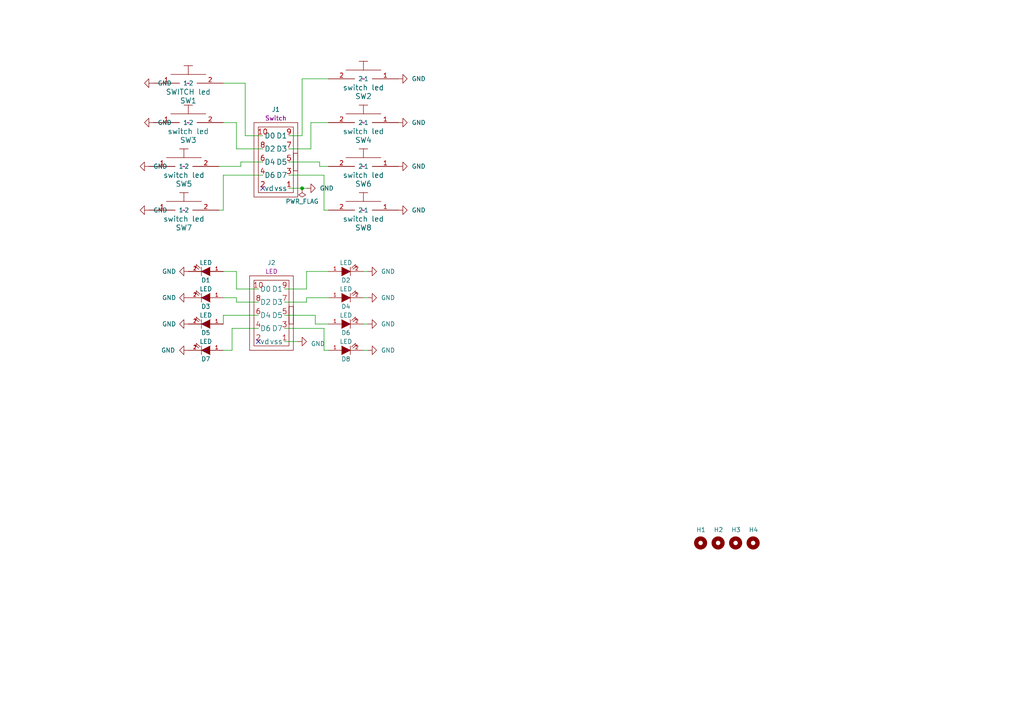
<source format=kicad_sch>
(kicad_sch (version 20230121) (generator eeschema)
  (paper "A4")
  (lib_symbols
    (symbol "Mechanical:MountingHole" (pin_names (offset 1.016))
      (property "Reference" "H" (at 0 5.08 0))
      (property "Value" "MountingHole" (at 0 3.175 0))
      (symbol "MountingHole_0_1"
        (circle (center 0 0) (radius 1.27) (stroke (width 1.27)))
      )
    )
    (symbol "ksir_2023:IDC-Header_2x05_P2.54mm_Vertical"
      (property "Reference" "J*" (at 0 12.7 0))
      (property "Value" "IDC-Header_2x05_P2.54mm_Vertical" (at 0 -11.43 0))
      (symbol "IDC-Header_2x05_P2.54mm_Vertical_0_1"
        (rectangle (start -6.35 -10.16) (end 6.35 11.43))
        (rectangle (start -5.08 -8.89) (end 5.08 10.16))
        (rectangle (start 5.08 -2.54) (end 6.35 2.54))
      )
      (symbol "IDC-Header_2x05_P2.54mm_Vertical_1_1"
        (pin passive line (at 3.81 -7.62 180) (length 0) (name "vss") (number "1"))
        (pin passive line (at -3.81 7.62 0) (length 0) (name "D0") (number "10"))
        (pin passive line (at -3.81 -7.62 0) (length 0) (name "vd") (number "2"))
        (pin passive line (at 3.81 -3.81 180) (length 0) (name "D7") (number "3"))
        (pin passive line (at -3.81 -3.81 0) (length 0) (name "D6") (number "4"))
        (pin passive line (at 3.81 0 180) (length 0) (name "D5") (number "5"))
        (pin passive line (at -3.81 0 0) (length 0) (name "D4") (number "6"))
        (pin passive line (at 3.81 3.81 180) (length 0) (name "D3") (number "7"))
        (pin passive line (at -3.81 3.81 0) (length 0) (name "D2") (number "8"))
        (pin passive line (at 3.81 7.62 180) (length 0) (name "D1") (number "9"))
      )
    )
    (symbol "midibox-rescue:LED" (pin_names (offset 1.016) hide)
      (property "Reference" "D" (at 0 2.54 0))
      (property "Value" "LED" (at 0 -2.54 0))
      (symbol "LED_0_1"
        (polyline (pts (xy 1.27 1.27) (xy 1.27 -1.27)))
        (polyline (pts (xy -1.27 1.27) (xy 1.27 0) (xy -1.27 -1.27)) (fill (type outline)))
        (polyline (pts (xy 1.651 -1.016) (xy 2.794 -2.032) (xy 2.667 -1.397)))
        (polyline (pts (xy 2.032 -0.635) (xy 3.175 -1.651) (xy 3.048 -1.016)))
      )
      (symbol "LED_1_1"
        (pin passive line (at -5.08 0 0) (length 3.81) (name "A") (number "1"))
        (pin passive line (at 5.08 0 180) (length 3.81) (name "K") (number "2"))
      )
    )
    (symbol "midibox-rescue:SWITCH_PERSO" (pin_names (offset 1.016))
      (property "Reference" "SW" (at 0 -5.08 0))
      (property "Value" "SWITCH_PERSO" (at 0 -2.54 0))
      (symbol "SWITCH_PERSO_0_1"
        (polyline (pts (xy -5.08 2.54) (xy 5.08 2.54)))
        (polyline (pts (xy -1.27 5.08) (xy 1.27 5.08)))
        (polyline (pts (xy 0 2.54) (xy 0 5.08)))
      )
      (symbol "SWITCH_PERSO_1_1"
        (pin passive line (at -10.16 0 0) (length 7.62) (name "1") (number "1"))
        (pin passive line (at 10.16 0 180) (length 7.62) (name "2") (number "2"))
      )
    )
    (symbol "power:GND" (power) (pin_names (offset 0))
      (property "Value" "GND" (at 0 -3.81 0))
      (symbol "GND_0_1"
        (polyline (pts (xy 0 0) (xy 0 -1.27) (xy 1.27 -1.27) (xy 0 -2.54) (xy -1.27 -1.27) (xy 0 -1.27)))
      )
      (symbol "GND_1_1"
        (pin power_in line (at 0 0 270) (length 0) hide (name "GND") (number "1"))
      )
    )
    (symbol "power:PWR_FLAG" (power) (pin_numbers hide) (pin_names (offset 0) hide)
      (property "Value" "PWR_FLAG" (at 0 3.81 0))
      (symbol "PWR_FLAG_0_0"
        (pin power_out line (at 0 0 90) (length 0) (name "pwr") (number "1"))
      )
      (symbol "PWR_FLAG_0_1"
        (polyline (pts (xy 0 0) (xy 0 1.27) (xy -1.016 1.905) (xy 0 2.54) (xy 1.016 1.905) (xy 0 1.27)))
      )
    )
  )
  (junction (at 87.63 54.61))
  (no_connect (at 74.93 99.06))
  (no_connect (at 76.2 54.61))
  (wire (pts (xy 93.98 95.25) (xy 93.98 101.6)))
  (wire (pts (xy 64.77 78.74) (xy 68.58 78.74)))
  (wire (pts (xy 64.77 91.44) (xy 74.93 91.44)))
  (wire (pts (xy 67.31 95.25) (xy 67.31 101.6)))
  (wire (pts (xy 88.9 86.36) (xy 88.9 87.63)))
  (wire (pts (xy 67.31 101.6) (xy 64.77 101.6)))
  (wire (pts (xy 64.77 50.8) (xy 76.2 50.8)))
  (wire (pts (xy 64.77 60.96) (xy 63.5 60.96)))
  (wire (pts (xy 106.68 86.36) (xy 105.41 86.36)))
  (wire (pts (xy 92.71 48.26) (xy 92.71 46.99)))
  (wire (pts (xy 82.55 99.06) (xy 86.36 99.06)))
  (wire (pts (xy 68.58 83.82) (xy 74.93 83.82)))
  (wire (pts (xy 88.9 87.63) (xy 82.55 87.63)))
  (wire (pts (xy 88.9 78.74) (xy 95.25 78.74)))
  (wire (pts (xy 68.58 87.63) (xy 74.93 87.63)))
  (wire (pts (xy 82.55 95.25) (xy 93.98 95.25)))
  (wire (pts (xy 90.17 43.18) (xy 90.17 35.56)))
  (wire (pts (xy 69.85 46.99) (xy 76.2 46.99)))
  (wire (pts (xy 87.63 22.86) (xy 87.63 39.37)))
  (wire (pts (xy 71.12 24.13) (xy 71.12 39.37)))
  (wire (pts (xy 106.68 93.98) (xy 105.41 93.98)))
  (wire (pts (xy 87.63 39.37) (xy 83.82 39.37)))
  (wire (pts (xy 82.55 83.82) (xy 88.9 83.82)))
  (wire (pts (xy 69.85 48.26) (xy 69.85 46.99)))
  (wire (pts (xy 93.98 50.8) (xy 93.98 60.96)))
  (wire (pts (xy 71.12 39.37) (xy 76.2 39.37)))
  (wire (pts (xy 95.25 86.36) (xy 88.9 86.36)))
  (wire (pts (xy 92.71 46.99) (xy 83.82 46.99)))
  (wire (pts (xy 74.93 95.25) (xy 67.31 95.25)))
  (wire (pts (xy 82.55 91.44) (xy 91.44 91.44)))
  (wire (pts (xy 93.98 101.6) (xy 95.25 101.6)))
  (wire (pts (xy 95.25 22.86) (xy 87.63 22.86)))
  (wire (pts (xy 91.44 91.44) (xy 91.44 93.98)))
  (wire (pts (xy 63.5 48.26) (xy 69.85 48.26)))
  (wire (pts (xy 106.68 101.6) (xy 105.41 101.6)))
  (wire (pts (xy 83.82 43.18) (xy 90.17 43.18)))
  (wire (pts (xy 64.77 50.8) (xy 64.77 60.96)))
  (wire (pts (xy 106.68 78.74) (xy 105.41 78.74)))
  (wire (pts (xy 68.58 86.36) (xy 68.58 87.63)))
  (wire (pts (xy 95.25 48.26) (xy 92.71 48.26)))
  (wire (pts (xy 93.98 60.96) (xy 95.25 60.96)))
  (wire (pts (xy 64.77 91.44) (xy 64.77 93.98)))
  (wire (pts (xy 87.63 54.61) (xy 83.82 54.61)))
  (wire (pts (xy 88.9 83.82) (xy 88.9 78.74)))
  (wire (pts (xy 68.58 78.74) (xy 68.58 83.82)))
  (wire (pts (xy 64.77 86.36) (xy 68.58 86.36)))
  (wire (pts (xy 91.44 93.98) (xy 95.25 93.98)))
  (wire (pts (xy 68.58 43.18) (xy 76.2 43.18)))
  (wire (pts (xy 64.77 24.13) (xy 71.12 24.13)))
  (wire (pts (xy 64.77 35.56) (xy 68.58 35.56)))
  (wire (pts (xy 88.9 54.61) (xy 87.63 54.61)))
  (wire (pts (xy 83.82 50.8) (xy 93.98 50.8)))
  (wire (pts (xy 90.17 35.56) (xy 95.25 35.56)))
  (wire (pts (xy 68.58 35.56) (xy 68.58 43.18)))
  (symbol (lib_id "power:GND") (at 54.61 78.74 270) (unit 1)
    (property "Reference" "#PWR0101" (effects hide))
    (property "Value" "GND" (at 46.99 78.74 90) (effects (justify left)))
  )
  (symbol (lib_id "midibox-rescue:LED") (at 100.33 86.36 0) (mirror x) (unit 1)
    (property "Reference" "D4" (at 100.33 88.9 0))
    (property "Value" "LED" (at 100.33 83.82 0))
    (property "Footprint" "ksir 2022:LED Switch mec" (effects hide))
    (property "Datasheet" "~" (at 100.33 86.36 0) (effects (font (size 1.524 1.524))))
  )
  (symbol (lib_id "power:GND") (at 43.18 60.96 270) (unit 1)
    (property "Reference" "#PWR0115" (effects hide))
    (property "Value" "GND" (at 44.45 60.9599 90) (effects (justify left)))
  )
  (symbol (lib_id "power:GND") (at 88.9 54.61 90) (unit 1)
    (property "Reference" "#PWR0108" (effects hide))
    (property "Value" "GND" (at 92.71 54.6099 90) (effects (justify right)))
  )
  (symbol (lib_id "ksir_2023:IDC-Header_2x05_P2.54mm_Vertical") (at 78.74 91.44 0) (unit 1)
    (property "Reference" "J2" (at 78.74 76.2 0))
    (property "Value" "IDC-Header_2x05_P2.54mm_Vertical" (effects hide))
    (property "Footprint" "Connector_IDC:IDC-Header_2x05_P2.54mm_Vertical" (effects hide))
    (property "Champ4" "LED" (at 78.74 78.74 0))
  )
  (symbol (lib_id "midibox-rescue:SWITCH_PERSO") (at 54.61 24.13 0) (unit 1)
    (property "Reference" "SW1" (at 54.61 29.21 0) (effects (font (size 1.524 1.524))))
    (property "Value" "SWITCH led" (at 54.61 26.67 0) (effects (font (size 1.524 1.524))))
    (property "Footprint" "ksir 2022:switch_led_mec" (effects hide))
    (property "Datasheet" "~" (at 54.61 24.13 0) (effects (font (size 1.524 1.524))))
  )
  (symbol (lib_id "midibox-rescue:SWITCH_PERSO") (at 105.41 60.96 0) (mirror y) (unit 1)
    (property "Reference" "SW8" (at 105.41 66.04 0) (effects (font (size 1.524 1.524))))
    (property "Value" "switch led" (at 105.41 63.5 0) (effects (font (size 1.524 1.524))))
    (property "Footprint" "ksir 2022:switch_led_mec" (effects hide))
    (property "Datasheet" "~" (at 105.41 60.96 0) (effects (font (size 1.524 1.524))))
  )
  (symbol (lib_id "midibox-rescue:LED") (at 100.33 93.98 0) (mirror x) (unit 1)
    (property "Reference" "D6" (at 100.33 96.52 0))
    (property "Value" "LED" (at 100.33 91.44 0))
    (property "Footprint" "ksir 2022:LED Switch mec" (effects hide))
    (property "Datasheet" "~" (at 100.33 93.98 0) (effects (font (size 1.524 1.524))))
  )
  (symbol (lib_id "power:GND") (at 106.68 93.98 90) (unit 1)
    (property "Reference" "#PWR0118" (effects hide))
    (property "Value" "GND" (at 110.49 93.9799 90) (effects (justify right)))
  )
  (symbol (lib_id "midibox-rescue:LED") (at 100.33 101.6 0) (mirror x) (unit 1)
    (property "Reference" "D8" (at 100.33 104.14 0))
    (property "Value" "LED" (at 100.33 99.06 0))
    (property "Footprint" "ksir 2022:LED Switch mec" (effects hide))
    (property "Datasheet" "~" (at 100.33 101.6 0) (effects (font (size 1.524 1.524))))
  )
  (symbol (lib_id "power:GND") (at 106.68 86.36 90) (unit 1)
    (property "Reference" "#PWR0116" (effects hide))
    (property "Value" "GND" (at 110.49 86.3599 90) (effects (justify right)))
  )
  (symbol (lib_id "power:GND") (at 106.68 78.74 90) (unit 1)
    (property "Reference" "#PWR0117" (effects hide))
    (property "Value" "GND" (at 110.49 78.7399 90) (effects (justify right)))
  )
  (symbol (lib_id "midibox-rescue:SWITCH_PERSO") (at 53.34 48.26 0) (unit 1)
    (property "Reference" "SW5" (at 53.34 53.34 0) (effects (font (size 1.524 1.524))))
    (property "Value" "switch led" (at 53.34 50.8 0) (effects (font (size 1.524 1.524))))
    (property "Footprint" "ksir 2022:switch_led_mec" (effects hide))
    (property "Datasheet" "~" (at 53.34 48.26 0) (effects (font (size 1.524 1.524))))
  )
  (symbol (lib_id "power:PWR_FLAG") (at 87.63 54.61 0) (mirror x) (unit 1)
    (property "Reference" "#FLG01" (effects hide))
    (property "Value" "PWR_FLAG" (at 87.63 58.42 0))
  )
  (symbol (lib_id "Mechanical:MountingHole") (at 208.28 157.48 0) (unit 1)
    (property "Reference" "H2" (at 207.01 153.67 0) (effects (justify left)))
    (property "Value" "MountingHole" (effects hide))
    (property "Footprint" "MountingHole:MountingHole_3.2mm_M3" (effects hide))
  )
  (symbol (lib_id "power:GND") (at 54.61 93.98 270) (unit 1)
    (property "Reference" "#PWR0104" (effects hide))
    (property "Value" "GND" (at 46.99 93.98 90) (effects (justify left)))
  )
  (symbol (lib_id "power:GND") (at 115.57 35.56 90) (unit 1)
    (property "Reference" "#PWR0111" (effects hide))
    (property "Value" "GND" (at 119.38 35.5599 90) (effects (justify right)))
  )
  (symbol (lib_id "Mechanical:MountingHole") (at 213.36 157.48 0) (unit 1)
    (property "Reference" "H3" (at 212.09 153.67 0) (effects (justify left)))
    (property "Value" "MountingHole" (effects hide))
    (property "Footprint" "MountingHole:MountingHole_3.2mm_M3" (effects hide))
  )
  (symbol (lib_id "midibox-rescue:SWITCH_PERSO") (at 53.34 60.96 0) (unit 1)
    (property "Reference" "SW7" (at 53.34 66.04 0) (effects (font (size 1.524 1.524))))
    (property "Value" "switch led" (at 53.34 63.5 0) (effects (font (size 1.524 1.524))))
    (property "Footprint" "ksir 2022:switch_led_mec" (effects hide))
    (property "Datasheet" "~" (at 53.34 60.96 0) (effects (font (size 1.524 1.524))))
  )
  (symbol (lib_id "Mechanical:MountingHole") (at 203.2 157.48 0) (unit 1)
    (property "Reference" "H1" (at 201.93 153.67 0) (effects (justify left)))
    (property "Value" "MountingHole" (effects hide))
    (property "Footprint" "MountingHole:MountingHole_3.2mm_M3" (effects hide))
  )
  (symbol (lib_id "power:GND") (at 54.61 101.6 270) (unit 1)
    (property "Reference" "#PWR0105" (effects hide))
    (property "Value" "GND" (at 50.8 101.5999 90) (effects (justify right)))
  )
  (symbol (lib_id "power:GND") (at 106.68 101.6 90) (unit 1)
    (property "Reference" "#PWR0103" (effects hide))
    (property "Value" "GND" (at 110.49 101.5999 90) (effects (justify right)))
  )
  (symbol (lib_id "power:GND") (at 54.61 86.36 270) (unit 1)
    (property "Reference" "#PWR0102" (effects hide))
    (property "Value" "GND" (at 46.99 86.36 90) (effects (justify left)))
  )
  (symbol (lib_id "power:GND") (at 44.45 24.13 270) (unit 1)
    (property "Reference" "#PWR0113" (effects hide))
    (property "Value" "GND" (at 45.72 24.1299 90) (effects (justify left)))
  )
  (symbol (lib_id "power:GND") (at 86.36 99.06 90) (unit 1)
    (property "Reference" "#PWR01" (effects hide))
    (property "Value" "GND" (at 90.17 99.695 90) (effects (justify right)))
  )
  (symbol (lib_id "power:GND") (at 115.57 48.26 90) (unit 1)
    (property "Reference" "#PWR0107" (effects hide))
    (property "Value" "GND" (at 119.38 48.2599 90) (effects (justify right)))
  )
  (symbol (lib_id "power:GND") (at 44.45 35.56 270) (unit 1)
    (property "Reference" "#PWR0112" (effects hide))
    (property "Value" "GND" (at 45.72 35.5599 90) (effects (justify left)))
  )
  (symbol (lib_id "midibox-rescue:LED") (at 59.69 93.98 180) (unit 1)
    (property "Reference" "D5" (at 59.69 96.52 0))
    (property "Value" "LED" (at 59.69 91.44 0))
    (property "Footprint" "ksir 2022:LED Switch mec" (effects hide))
    (property "Datasheet" "~" (at 59.69 93.98 0) (effects (font (size 1.524 1.524))))
  )
  (symbol (lib_id "midibox-rescue:LED") (at 59.69 101.6 180) (unit 1)
    (property "Reference" "D7" (at 59.69 104.14 0))
    (property "Value" "LED" (at 59.69 99.06 0))
    (property "Footprint" "ksir 2022:LED Switch mec" (effects hide))
    (property "Datasheet" "~" (at 59.69 101.6 0) (effects (font (size 1.524 1.524))))
  )
  (symbol (lib_id "midibox-rescue:SWITCH_PERSO") (at 54.61 35.56 0) (unit 1)
    (property "Reference" "SW3" (at 54.61 40.64 0) (effects (font (size 1.524 1.524))))
    (property "Value" "switch led" (at 54.61 38.1 0) (effects (font (size 1.524 1.524))))
    (property "Footprint" "ksir 2022:switch_led_mec" (effects hide))
    (property "Datasheet" "~" (at 54.61 35.56 0) (effects (font (size 1.524 1.524))))
  )
  (symbol (lib_id "power:GND") (at 115.57 22.86 90) (unit 1)
    (property "Reference" "#PWR0110" (effects hide))
    (property "Value" "GND" (at 119.38 22.8599 90) (effects (justify right)))
  )
  (symbol (lib_id "midibox-rescue:LED") (at 59.69 78.74 180) (unit 1)
    (property "Reference" "D1" (at 59.69 81.28 0))
    (property "Value" "LED" (at 59.69 76.2 0))
    (property "Footprint" "ksir 2022:LED Switch mec" (effects hide))
    (property "Datasheet" "~" (at 59.69 78.74 0) (effects (font (size 1.524 1.524))))
  )
  (symbol (lib_id "power:GND") (at 43.18 48.26 270) (unit 1)
    (property "Reference" "#PWR0114" (effects hide))
    (property "Value" "GND" (at 44.45 48.2599 90) (effects (justify left)))
  )
  (symbol (lib_id "midibox-rescue:LED") (at 100.33 78.74 0) (mirror x) (unit 1)
    (property "Reference" "D2" (at 100.33 81.28 0))
    (property "Value" "LED" (at 100.33 76.2 0))
    (property "Footprint" "ksir 2022:LED Switch mec" (effects hide))
    (property "Datasheet" "~" (at 100.33 78.74 0) (effects (font (size 1.524 1.524))))
  )
  (symbol (lib_id "midibox-rescue:SWITCH_PERSO") (at 105.41 22.86 0) (mirror y) (unit 1)
    (property "Reference" "SW2" (at 105.41 27.94 0) (effects (font (size 1.524 1.524))))
    (property "Value" "switch led" (at 105.41 25.4 0) (effects (font (size 1.524 1.524))))
    (property "Footprint" "ksir 2022:switch_led_mec" (effects hide))
    (property "Datasheet" "~" (at 105.41 22.86 0) (effects (font (size 1.524 1.524))))
  )
  (symbol (lib_id "Mechanical:MountingHole") (at 218.44 157.48 0) (unit 1)
    (property "Reference" "H4" (at 217.17 153.67 0) (effects (justify left)))
    (property "Value" "MountingHole" (effects hide))
    (property "Footprint" "MountingHole:MountingHole_3.2mm_M3" (effects hide))
  )
  (symbol (lib_id "midibox-rescue:LED") (at 59.69 86.36 180) (unit 1)
    (property "Reference" "D3" (at 59.69 88.9 0))
    (property "Value" "LED" (at 59.69 83.82 0))
    (property "Footprint" "ksir 2022:LED Switch mec" (effects hide))
    (property "Datasheet" "~" (at 59.69 86.36 0) (effects (font (size 1.524 1.524))))
  )
  (symbol (lib_id "power:GND") (at 115.57 60.96 90) (unit 1)
    (property "Reference" "#PWR0106" (effects hide))
    (property "Value" "GND" (at 119.38 60.9599 90) (effects (justify right)))
  )
  (symbol (lib_id "midibox-rescue:SWITCH_PERSO") (at 105.41 48.26 0) (mirror y) (unit 1)
    (property "Reference" "SW6" (at 105.41 53.34 0) (effects (font (size 1.524 1.524))))
    (property "Value" "switch led" (at 105.41 50.8 0) (effects (font (size 1.524 1.524))))
    (property "Footprint" "ksir 2022:switch_led_mec" (effects hide))
    (property "Datasheet" "~" (at 105.41 48.26 0) (effects (font (size 1.524 1.524))))
  )
  (symbol (lib_id "ksir_2023:IDC-Header_2x05_P2.54mm_Vertical") (at 80.01 46.99 0) (unit 1)
    (property "Reference" "J1" (at 80.01 31.75 0))
    (property "Value" "IDC-Header_2x05_P2.54mm_Vertical" (effects hide))
    (property "Footprint" "Connector_IDC:IDC-Header_2x05_P2.54mm_Vertical" (effects hide))
    (property "Champ4" "Switch" (at 80.01 34.29 0))
  )
  (symbol (lib_id "midibox-rescue:SWITCH_PERSO") (at 105.41 35.56 0) (mirror y) (unit 1)
    (property "Reference" "SW4" (at 105.41 40.64 0) (effects (font (size 1.524 1.524))))
    (property "Value" "switch led" (at 105.41 38.1 0) (effects (font (size 1.524 1.524))))
    (property "Footprint" "ksir 2022:switch_led_mec" (effects hide))
    (property "Datasheet" "~" (at 105.41 35.56 0) (effects (font (size 1.524 1.524))))
  )
)
</source>
